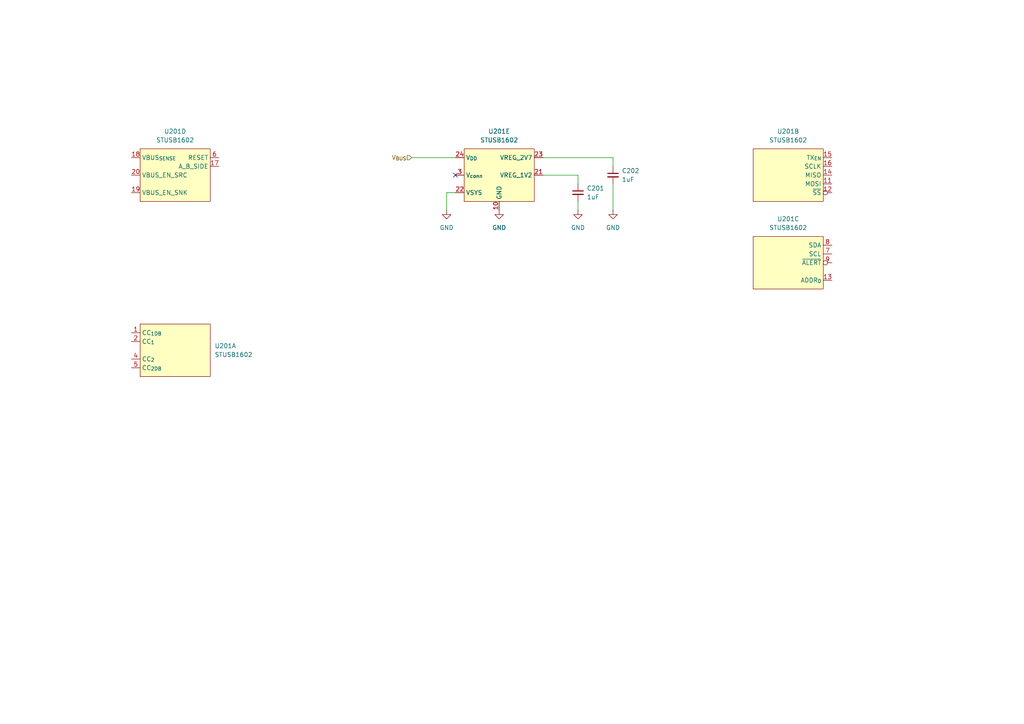
<source format=kicad_sch>
(kicad_sch (version 20250114) (generator "eeschema") (generator_version "9.0")
  (paper "A4")
  (lib_symbols
    (symbol "Device:C_Small" (pin_numbers (hide yes)) (pin_names (offset 0.254) (hide yes))
      (property "Reference" "C" (at 0.254 1.778 0))
      (property "Value" "C_Small" (at 0.254 -2.032 0))
      (symbol "C_Small_0_1"
        (polyline (pts (xy -1.524 0.508) (xy 1.524 0.508)) (stroke (width 0.3048)))
        (polyline (pts (xy -1.524 -0.508) (xy 1.524 -0.508)) (stroke (width 0.3302)))
      )
      (symbol "C_Small_1_1"
        (pin passive line (at 0 2.54 270) (length 2.032) (name "~") (number "1"))
        (pin passive line (at 0 -2.54 90) (length 2.032) (name "~") (number "2"))
      )
    )
    (symbol "Seppl_USB_PD:STUSB1602"
      (property "Reference" "U" (at 0 11.176 0))
      (property "Value" "STUSB1602" (at 0 8.89 0))
      (symbol "STUSB1602_1_0"
        (pin bidirectional line (at 12.7 5.08 180) (length 2.54) (name "CC_{1DB}") (number "1"))
        (pin bidirectional line (at 12.7 2.54 180) (length 2.54) (name "CC_{1}") (number "2"))
        (pin bidirectional line (at 12.7 -2.54 180) (length 2.54) (name "CC_{2}") (number "4"))
        (pin bidirectional line (at 12.7 -5.08 180) (length 2.54) (name "CC_{2DB}") (number "5"))
      )
      (symbol "STUSB1602_1_1"
        (rectangle (start -10.16 7.62) (end 10.16 -7.62) (fill (type background)))
      )
      (symbol "STUSB1602_2_0"
        (pin input line (at -12.7 5.08 0) (length 2.54) (name "TX_{EN}") (number "15"))
        (pin output line (at -12.7 2.54 0) (length 2.54) (name "SCLK") (number "16"))
        (pin input line (at -12.7 0 0) (length 2.54) (name "MISO") (number "14"))
        (pin output line (at -12.7 -2.54 0) (length 2.54) (name "MOSI") (number "11"))
        (pin output inverted (at -12.7 -5.08 0) (length 2.54) (name "~{SS}") (number "12"))
      )
      (symbol "STUSB1602_2_1"
        (rectangle (start -10.16 7.62) (end 10.16 -7.62) (fill (type background)))
      )
      (symbol "STUSB1602_3_0"
        (pin bidirectional line (at -12.7 5.08 0) (length 2.54) (name "SDA") (number "8"))
        (pin input line (at -12.7 2.54 0) (length 2.54) (name "SCL") (number "7"))
        (pin output inverted (at -12.7 0 0) (length 2.54) (name "~{ALERT}") (number "9"))
        (pin input line (at -12.7 -5.08 0) (length 2.54) (name "ADDR_{0}") (number "13"))
      )
      (symbol "STUSB1602_3_1"
        (rectangle (start -10.16 7.62) (end 10.16 -7.62) (fill (type background)))
      )
      (symbol "STUSB1602_4_0"
        (pin input line (at -12.7 5.08 0) (length 2.54) (name "RESET") (number "6"))
        (pin output line (at -12.7 2.54 0) (length 2.54) (name "A_B_SIDE") (number "17"))
        (pin input line (at 12.7 5.08 180) (length 2.54) (name "VBUS_{SENSE}") (number "18"))
        (pin bidirectional line (at 12.7 0 180) (length 2.54) (name "VBUS_EN_SRC") (number "20"))
        (pin bidirectional line (at 12.7 -5.08 180) (length 2.54) (name "VBUS_EN_SNK") (number "19"))
      )
      (symbol "STUSB1602_4_1"
        (rectangle (start -10.16 7.62) (end 10.16 -7.62) (fill (type background)))
      )
      (symbol "STUSB1602_5_0"
        (pin power_in line (at -12.7 5.08 0) (length 2.54) (name "V_{DD}") (number "24"))
        (pin power_in line (at -12.7 0 0) (length 2.54) (name "V_{conn}") (number "3"))
        (pin power_in line (at -12.7 -5.08 0) (length 2.54) (name "VSYS") (number "22"))
        (pin power_in line (at 0 -10.16 90) (length 2.54) (name "GND") (number "10"))
        (pin passive line (at 0 -10.16 90) (length 2.54) (hide yes) (name "GND") (number "EP"))
        (pin power_out line (at 12.7 5.08 180) (length 2.54) (name "VREG_2V7") (number "23"))
        (pin power_out line (at 12.7 0 180) (length 2.54) (name "VREG_1V2") (number "21"))
      )
      (symbol "STUSB1602_5_1"
        (rectangle (start -10.16 7.62) (end 10.16 -7.62) (fill (type background)))
      )
    )
    (symbol "power:GND" (power) (pin_numbers (hide yes)) (pin_names (offset 0) (hide yes))
      (property "Value" "GND" (at 0 -3.81 0))
      (symbol "GND_0_1"
        (polyline (pts (xy 0 0) (xy 0 -1.27) (xy 1.27 -1.27) (xy 0 -2.54) (xy -1.27 -1.27) (xy 0 -1.27)))
      )
      (symbol "GND_1_1"
        (pin power_in line (at 0 0 270) (length 0) (name "~") (number "1"))
      )
    )
  )
  (no_connect (at 132.08 50.8))
  (wire (pts (xy 119.38 45.72) (xy 132.08 45.72)))
  (wire (pts (xy 129.54 55.88) (xy 132.08 55.88)))
  (wire (pts (xy 167.64 58.42) (xy 167.64 60.96)))
  (wire (pts (xy 129.54 60.96) (xy 129.54 55.88)))
  (wire (pts (xy 177.8 53.34) (xy 177.8 60.96)))
  (wire (pts (xy 167.64 53.34) (xy 167.64 50.8)))
  (wire (pts (xy 177.8 45.72) (xy 157.48 45.72)))
  (wire (pts (xy 167.64 50.8) (xy 157.48 50.8)))
  (wire (pts (xy 177.8 48.26) (xy 177.8 45.72)))
  (hierarchical_label "V_{BUS}" (shape input) (at 119.38 45.72 180))
  (symbol (lib_id "Seppl_USB_PD:STUSB1602") (at 228.6 76.2 0) (mirror y) (unit 3)
    (property "Reference" "U201" (at 228.6 63.5 0))
    (property "Value" "STUSB1602" (at 228.6 66.04 0))
    (property "Footprint" "Package_DFN_QFN_AKL:QFN-24-1EP_4x4mm_P0.5mm_EP2.7x2.7mm_ThermalVias" (effects (hide yes)))
    (property "Datasheet" "https://www.st.com/resource/en/datasheet/stusb1602.pdf" (effects (hide yes)))
    (property "Description" "USB Type-C controller (with Tx/Rx line driver and BMC)" (effects (hide yes)))
  )
  (symbol (lib_id "Seppl_USB_PD:STUSB1602") (at 144.78 50.8 0) (unit 5)
    (property "Reference" "U201" (at 144.78 38.1 0))
    (property "Value" "STUSB1602" (at 144.78 40.64 0))
    (property "Footprint" "Package_DFN_QFN_AKL:QFN-24-1EP_4x4mm_P0.5mm_EP2.7x2.7mm_ThermalVias" (effects (hide yes)))
    (property "Datasheet" "https://www.st.com/resource/en/datasheet/stusb1602.pdf" (effects (hide yes)))
    (property "Description" "USB Type-C controller (with Tx/Rx line driver and BMC)" (effects (hide yes)))
  )
  (symbol (lib_id "power:GND") (at 177.8 60.96 0) (unit 1)
    (property "Reference" "#PWR0204" (effects (hide yes)))
    (property "Value" "GND" (at 177.8 66.04 0))
    (property "Description" "Power symbol creates a global label with name \"GND\" , ground" (effects (hide yes)))
  )
  (symbol (lib_id "Seppl_USB_PD:STUSB1602") (at 228.6 50.8 0) (mirror y) (unit 2)
    (property "Reference" "U201" (at 228.6 38.1 0))
    (property "Value" "STUSB1602" (at 228.6 40.64 0))
    (property "Footprint" "Package_DFN_QFN_AKL:QFN-24-1EP_4x4mm_P0.5mm_EP2.7x2.7mm_ThermalVias" (effects (hide yes)))
    (property "Datasheet" "https://www.st.com/resource/en/datasheet/stusb1602.pdf" (effects (hide yes)))
    (property "Description" "USB Type-C controller (with Tx/Rx line driver and BMC)" (effects (hide yes)))
  )
  (symbol (lib_id "power:GND") (at 167.64 60.96 0) (unit 1)
    (property "Reference" "#PWR0203" (effects (hide yes)))
    (property "Value" "GND" (at 167.64 66.04 0))
    (property "Description" "Power symbol creates a global label with name \"GND\" , ground" (effects (hide yes)))
  )
  (symbol (lib_id "power:GND") (at 144.78 60.96 0) (unit 1)
    (property "Reference" "#PWR0201" (effects (hide yes)))
    (property "Value" "GND" (at 144.78 66.04 0))
    (property "Description" "Power symbol creates a global label with name \"GND\" , ground" (effects (hide yes)))
  )
  (symbol (lib_id "Device:C_Small") (at 177.8 50.8 0) (unit 1)
    (property "Reference" "C202" (at 180.34 49.5362 0) (effects (justify left)))
    (property "Value" "1uF" (at 180.34 52.0762 0) (effects (justify left)))
    (property "Description" "Unpolarized capacitor, small symbol" (effects (hide yes)))
  )
  (symbol (lib_id "power:GND") (at 129.54 60.96 0) (unit 1)
    (property "Reference" "#PWR0202" (effects (hide yes)))
    (property "Value" "GND" (at 129.54 66.04 0))
    (property "Description" "Power symbol creates a global label with name \"GND\" , ground" (effects (hide yes)))
  )
  (symbol (lib_id "Seppl_USB_PD:STUSB1602") (at 50.8 101.6 0) (mirror y) (unit 1)
    (property "Reference" "U201" (at 62.23 100.3299 0) (effects (justify right)))
    (property "Value" "STUSB1602" (at 62.23 102.8699 0) (effects (justify right)))
    (property "Footprint" "Package_DFN_QFN_AKL:QFN-24-1EP_4x4mm_P0.5mm_EP2.7x2.7mm_ThermalVias" (effects (hide yes)))
    (property "Datasheet" "https://www.st.com/resource/en/datasheet/stusb1602.pdf" (effects (hide yes)))
    (property "Description" "USB Type-C controller (with Tx/Rx line driver and BMC)" (effects (hide yes)))
  )
  (symbol (lib_id "Seppl_USB_PD:STUSB1602") (at 50.8 50.8 0) (mirror y) (unit 4)
    (property "Reference" "U201" (at 50.8 38.1 0))
    (property "Value" "STUSB1602" (at 50.8 40.64 0))
    (property "Footprint" "Package_DFN_QFN_AKL:QFN-24-1EP_4x4mm_P0.5mm_EP2.7x2.7mm_ThermalVias" (effects (hide yes)))
    (property "Datasheet" "https://www.st.com/resource/en/datasheet/stusb1602.pdf" (effects (hide yes)))
    (property "Description" "USB Type-C controller (with Tx/Rx line driver and BMC)" (effects (hide yes)))
  )
  (symbol (lib_id "Device:C_Small") (at 167.64 55.88 0) (unit 1)
    (property "Reference" "C201" (at 170.18 54.6162 0) (effects (justify left)))
    (property "Value" "1uF" (at 170.18 57.1562 0) (effects (justify left)))
    (property "Description" "Unpolarized capacitor, small symbol" (effects (hide yes)))
  )
)
</source>
